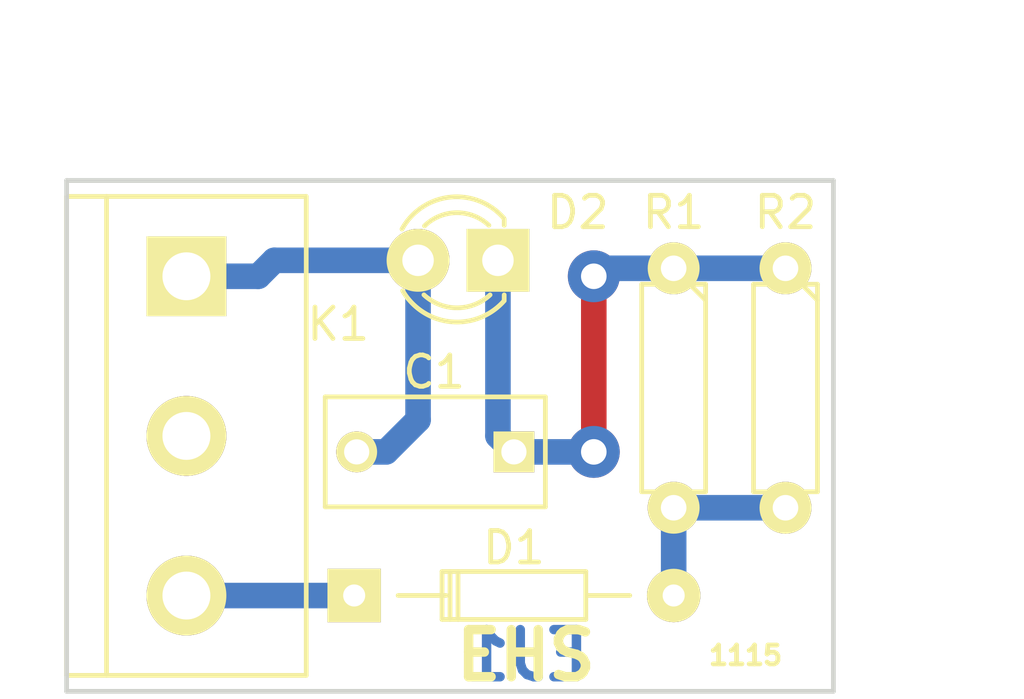
<source format=kicad_pcb>
(kicad_pcb (version 4) (host pcbnew 4.0.0-rc1-stable)

  (general
    (links 8)
    (no_connects 0)
    (area 126.924999 88.316999 151.459001 104.723001)
    (thickness 1.6)
    (drawings 9)
    (tracks 20)
    (zones 0)
    (modules 6)
    (nets 6)
  )

  (page A4)
  (title_block
    (title PCBEj1)
    (date 2015-11-30)
    (rev 1.0)
    (company "Electrocomponentes S.A")
  )

  (layers
    (0 F.Cu signal)
    (31 B.Cu signal)
    (32 B.Adhes user)
    (33 F.Adhes user)
    (34 B.Paste user)
    (35 F.Paste user)
    (36 B.SilkS user)
    (37 F.SilkS user)
    (38 B.Mask user)
    (39 F.Mask user)
    (40 Dwgs.User user)
    (41 Cmts.User user)
    (42 Eco1.User user)
    (43 Eco2.User user)
    (44 Edge.Cuts user)
    (45 Margin user)
    (46 B.CrtYd user)
    (47 F.CrtYd user)
    (48 B.Fab user)
    (49 F.Fab user)
  )

  (setup
    (last_trace_width 0.8128)
    (user_trace_width 0.8128)
    (trace_clearance 0.8128)
    (zone_clearance 0.508)
    (zone_45_only no)
    (trace_min 0.2)
    (segment_width 0.2)
    (edge_width 0.15)
    (via_size 1.651)
    (via_drill 0.8128)
    (via_min_size 0.4)
    (via_min_drill 0.3)
    (user_via 1.651 0.8128)
    (uvia_size 0.3)
    (uvia_drill 0.1)
    (uvias_allowed no)
    (uvia_min_size 0.2)
    (uvia_min_drill 0.1)
    (pcb_text_width 0.3)
    (pcb_text_size 1.5 1.5)
    (mod_edge_width 0.15)
    (mod_text_size 1 1)
    (mod_text_width 0.15)
    (pad_size 1.524 1.524)
    (pad_drill 0.762)
    (pad_to_mask_clearance 0.2)
    (aux_axis_origin 0 0)
    (visible_elements 7FFEFFFF)
    (pcbplotparams
      (layerselection 0x00030_80000001)
      (usegerberextensions false)
      (excludeedgelayer true)
      (linewidth 0.100000)
      (plotframeref false)
      (viasonmask false)
      (mode 1)
      (useauxorigin false)
      (hpglpennumber 1)
      (hpglpenspeed 20)
      (hpglpendiameter 15)
      (hpglpenoverlay 2)
      (psnegative false)
      (psa4output false)
      (plotreference true)
      (plotvalue true)
      (plotinvisibletext false)
      (padsonsilk false)
      (subtractmaskfromsilk false)
      (outputformat 1)
      (mirror false)
      (drillshape 1)
      (scaleselection 1)
      (outputdirectory ""))
  )

  (net 0 "")
  (net 1 "Net-(C1-Pad1)")
  (net 2 "Net-(C1-Pad2)")
  (net 3 "Net-(D1-Pad2)")
  (net 4 "Net-(D1-Pad1)")
  (net 5 "Net-(K1-Pad2)")

  (net_class Default "This is the default net class."
    (clearance 0.8128)
    (trace_width 0.8128)
    (via_dia 1.651)
    (via_drill 0.8128)
    (uvia_dia 0.3)
    (uvia_drill 0.1)
    (add_net "Net-(C1-Pad1)")
    (add_net "Net-(C1-Pad2)")
    (add_net "Net-(D1-Pad1)")
    (add_net "Net-(D1-Pad2)")
    (add_net "Net-(K1-Pad2)")
  )

  (module ej1:C_Rect_L7_W3.5_P5 (layer F.Cu) (tedit 565CA5B6) (tstamp 565C699B)
    (at 141.224 97.028 180)
    (descr "Film Capacitor Length 7mm x Width 3.5mm, Pitch 5mm")
    (tags Capacitor)
    (path /565C5F41)
    (fp_text reference C1 (at 2.54 2.54 180) (layer F.SilkS)
      (effects (font (size 1 1) (thickness 0.15)))
    )
    (fp_text value 100nF (at 2.54 -2.54 180) (layer F.Fab)
      (effects (font (size 1 1) (thickness 0.15)))
    )
    (fp_line (start -1.25 -2) (end 6.25 -2) (layer F.CrtYd) (width 0.05))
    (fp_line (start 6.25 -2) (end 6.25 2) (layer F.CrtYd) (width 0.05))
    (fp_line (start 6.25 2) (end -1.25 2) (layer F.CrtYd) (width 0.05))
    (fp_line (start -1.25 2) (end -1.25 -2) (layer F.CrtYd) (width 0.05))
    (fp_line (start -1 -1.75) (end 6 -1.75) (layer F.SilkS) (width 0.15))
    (fp_line (start 6 -1.75) (end 6 1.75) (layer F.SilkS) (width 0.15))
    (fp_line (start 6 1.75) (end -1 1.75) (layer F.SilkS) (width 0.15))
    (fp_line (start -1 1.75) (end -1 -1.75) (layer F.SilkS) (width 0.15))
    (pad 1 thru_hole rect (at 0 0 180) (size 1.3 1.3) (drill 0.8) (layers *.Cu *.Mask F.SilkS)
      (net 1 "Net-(C1-Pad1)"))
    (pad 2 thru_hole circle (at 5 0 180) (size 1.3 1.3) (drill 0.8) (layers *.Cu *.Mask F.SilkS)
      (net 2 "Net-(C1-Pad2)"))
    (model "C:/Users/Admin/Desktop/Curso KiCad/Ejercicios/CircuitoBasico/ej1.3dshapes/cnp_6mm_disc.wrl"
      (at (xyz 0.1 0 0))
      (scale (xyz 1 1 1))
      (rotate (xyz 0 0 0))
    )
  )

  (module ej1:Diode_DO-35_SOD27_Horizontal_RM10 (layer F.Cu) (tedit 565CA5B3) (tstamp 565C69A1)
    (at 136.144 101.6)
    (descr "Diode, DO-35,  SOD27, Horizontal, RM 10mm")
    (tags "Diode, DO-35, SOD27, Horizontal, RM 10mm, 1N4148,")
    (path /565C60EF)
    (fp_text reference D1 (at 5.08 -1.524) (layer F.SilkS)
      (effects (font (size 1 1) (thickness 0.15)))
    )
    (fp_text value 1N4148 (at 5.08 2.032) (layer F.Fab)
      (effects (font (size 1 1) (thickness 0.15)))
    )
    (fp_line (start 7.36652 -0.00254) (end 8.76352 -0.00254) (layer F.SilkS) (width 0.15))
    (fp_line (start 2.92152 -0.00254) (end 1.39752 -0.00254) (layer F.SilkS) (width 0.15))
    (fp_line (start 3.30252 -0.76454) (end 3.30252 0.75946) (layer F.SilkS) (width 0.15))
    (fp_line (start 3.04852 -0.76454) (end 3.04852 0.75946) (layer F.SilkS) (width 0.15))
    (fp_line (start 2.79452 -0.00254) (end 2.79452 0.75946) (layer F.SilkS) (width 0.15))
    (fp_line (start 2.79452 0.75946) (end 7.36652 0.75946) (layer F.SilkS) (width 0.15))
    (fp_line (start 7.36652 0.75946) (end 7.36652 -0.76454) (layer F.SilkS) (width 0.15))
    (fp_line (start 7.36652 -0.76454) (end 2.79452 -0.76454) (layer F.SilkS) (width 0.15))
    (fp_line (start 2.79452 -0.76454) (end 2.79452 -0.00254) (layer F.SilkS) (width 0.15))
    (pad 2 thru_hole circle (at 10.16052 -0.00254 180) (size 1.69926 1.69926) (drill 0.70104) (layers *.Cu *.Mask F.SilkS)
      (net 3 "Net-(D1-Pad2)"))
    (pad 1 thru_hole rect (at 0.00052 -0.00254 180) (size 1.69926 1.69926) (drill 0.70104) (layers *.Cu *.Mask F.SilkS)
      (net 4 "Net-(D1-Pad1)"))
    (model "C:/Users/Admin/Desktop/Curso KiCad/Ejercicios/CircuitoBasico/ej1.3dshapes/Diode_DO-35_SOD27_Horizontal_RM10.wrl"
      (at (xyz 0.2 0 0))
      (scale (xyz 0.4 0.4 0.4))
      (rotate (xyz 0 0 180))
    )
  )

  (module ej1:LED-3MM (layer F.Cu) (tedit 565CA5C0) (tstamp 565C69A7)
    (at 140.716 90.932 180)
    (descr "LED 3mm round vertical")
    (tags "LED  3mm round vertical")
    (path /565C603C)
    (fp_text reference D2 (at -2.54 1.524 180) (layer F.SilkS)
      (effects (font (size 1 1) (thickness 0.15)))
    )
    (fp_text value "LED ROJO" (at 1.016 -3.048 180) (layer F.Fab)
      (effects (font (size 1 1) (thickness 0.15)))
    )
    (fp_line (start -1.2 2.3) (end 3.8 2.3) (layer F.CrtYd) (width 0.05))
    (fp_line (start 3.8 2.3) (end 3.8 -2.2) (layer F.CrtYd) (width 0.05))
    (fp_line (start 3.8 -2.2) (end -1.2 -2.2) (layer F.CrtYd) (width 0.05))
    (fp_line (start -1.2 -2.2) (end -1.2 2.3) (layer F.CrtYd) (width 0.05))
    (fp_line (start -0.199 1.314) (end -0.199 1.114) (layer F.SilkS) (width 0.15))
    (fp_line (start -0.199 -1.28) (end -0.199 -1.1) (layer F.SilkS) (width 0.15))
    (fp_arc (start 1.301 0.034) (end -0.199 -1.286) (angle 108.5) (layer F.SilkS) (width 0.15))
    (fp_arc (start 1.301 0.034) (end 0.25 -1.1) (angle 85.7) (layer F.SilkS) (width 0.15))
    (fp_arc (start 1.311 0.034) (end 3.051 0.994) (angle 110) (layer F.SilkS) (width 0.15))
    (fp_arc (start 1.301 0.034) (end 2.335 1.094) (angle 87.5) (layer F.SilkS) (width 0.15))
    (fp_text user K (at -1.69 1.74 180) (layer F.SilkS) hide
      (effects (font (size 1 1) (thickness 0.15)))
    )
    (pad 1 thru_hole rect (at 0 0 270) (size 2 2) (drill 1.00076) (layers *.Cu *.Mask F.SilkS)
      (net 1 "Net-(C1-Pad1)"))
    (pad 2 thru_hole circle (at 2.54 0 180) (size 2 2) (drill 1.00076) (layers *.Cu *.Mask F.SilkS)
      (net 2 "Net-(C1-Pad2)"))
    (model "C:/Users/Admin/Desktop/Curso KiCad/Ejercicios/CircuitoBasico/ej1.3dshapes/LED-3MM.wrl"
      (at (xyz 0.05 0 0))
      (scale (xyz 1 1 1))
      (rotate (xyz 0 0 90))
    )
  )

  (module ej1:bornier3 (layer F.Cu) (tedit 565CA5B9) (tstamp 565C69AE)
    (at 130.81 96.52 270)
    (descr "Bornier d'alimentation 3 pins")
    (tags DEV)
    (path /565C5BD4)
    (fp_text reference K1 (at -3.556 -4.826 540) (layer F.SilkS)
      (effects (font (size 1 1) (thickness 0.15)))
    )
    (fp_text value CONN_3 (at 0 5.08 270) (layer F.Fab)
      (effects (font (size 1 1) (thickness 0.15)))
    )
    (fp_line (start -7.62 3.81) (end -7.62 -3.81) (layer F.SilkS) (width 0.15))
    (fp_line (start 7.62 3.81) (end 7.62 -3.81) (layer F.SilkS) (width 0.15))
    (fp_line (start -7.62 2.54) (end 7.62 2.54) (layer F.SilkS) (width 0.15))
    (fp_line (start -7.62 -3.81) (end 7.62 -3.81) (layer F.SilkS) (width 0.15))
    (fp_line (start -7.62 3.81) (end 7.62 3.81) (layer F.SilkS) (width 0.15))
    (pad 1 thru_hole rect (at -5.08 0 270) (size 2.54 2.54) (drill 1.524) (layers *.Cu *.Mask F.SilkS)
      (net 2 "Net-(C1-Pad2)"))
    (pad 2 thru_hole circle (at 0 0 270) (size 2.54 2.54) (drill 1.524) (layers *.Cu *.Mask F.SilkS)
      (net 5 "Net-(K1-Pad2)"))
    (pad 3 thru_hole circle (at 5.08 0 270) (size 2.54 2.54) (drill 1.524) (layers *.Cu *.Mask F.SilkS)
      (net 4 "Net-(D1-Pad1)"))
    (model "C:/Users/Admin/Desktop/Curso KiCad/Ejercicios/CircuitoBasico/ej1.3dshapes/bornier3.wrl"
      (at (xyz 0 0 0))
      (scale (xyz 1 1 1))
      (rotate (xyz 0 0 0))
    )
  )

  (module ej1:R3-LARGE_PADS (layer F.Cu) (tedit 565CA5B0) (tstamp 565C69B4)
    (at 146.304 94.996 270)
    (descr "Resitance 3 pas")
    (tags R)
    (path /565C6144)
    (fp_text reference R1 (at -5.588 0 360) (layer F.SilkS)
      (effects (font (size 1 1) (thickness 0.15)))
    )
    (fp_text value 100K (at 0 0 270) (layer F.Fab)
      (effects (font (size 1 1) (thickness 0.15)))
    )
    (fp_line (start -3.81 0) (end -3.302 0) (layer F.SilkS) (width 0.15))
    (fp_line (start 3.81 0) (end 3.302 0) (layer F.SilkS) (width 0.15))
    (fp_line (start 3.302 0) (end 3.302 -1.016) (layer F.SilkS) (width 0.15))
    (fp_line (start 3.302 -1.016) (end -3.302 -1.016) (layer F.SilkS) (width 0.15))
    (fp_line (start -3.302 -1.016) (end -3.302 1.016) (layer F.SilkS) (width 0.15))
    (fp_line (start -3.302 1.016) (end 3.302 1.016) (layer F.SilkS) (width 0.15))
    (fp_line (start 3.302 1.016) (end 3.302 0) (layer F.SilkS) (width 0.15))
    (fp_line (start -3.302 -0.508) (end -2.794 -1.016) (layer F.SilkS) (width 0.15))
    (pad 1 thru_hole circle (at -3.81 0 270) (size 1.651 1.651) (drill 0.8128) (layers *.Cu *.Mask F.SilkS)
      (net 1 "Net-(C1-Pad1)"))
    (pad 2 thru_hole circle (at 3.81 0 270) (size 1.651 1.651) (drill 0.8128) (layers *.Cu *.Mask F.SilkS)
      (net 3 "Net-(D1-Pad2)"))
    (model "C:/Users/Admin/Desktop/Curso KiCad/Ejercicios/CircuitoBasico/ej1.3dshapes/R3-LARGE_PADS.wrl"
      (at (xyz 0 0 0))
      (scale (xyz 0.3 0.3 0.3))
      (rotate (xyz 0 0 0))
    )
  )

  (module ej1:R3-LARGE_PADS (layer F.Cu) (tedit 565CA9D0) (tstamp 565CA99C)
    (at 149.86 94.996 270)
    (descr "Resitance 3 pas")
    (tags R)
    (path /565CA9F0)
    (fp_text reference R2 (at -5.588 0 540) (layer F.SilkS)
      (effects (font (size 1 1) (thickness 0.15)))
    )
    (fp_text value 100K (at 0 0 270) (layer F.Fab)
      (effects (font (size 1 1) (thickness 0.15)))
    )
    (fp_line (start -3.81 0) (end -3.302 0) (layer F.SilkS) (width 0.15))
    (fp_line (start 3.81 0) (end 3.302 0) (layer F.SilkS) (width 0.15))
    (fp_line (start 3.302 0) (end 3.302 -1.016) (layer F.SilkS) (width 0.15))
    (fp_line (start 3.302 -1.016) (end -3.302 -1.016) (layer F.SilkS) (width 0.15))
    (fp_line (start -3.302 -1.016) (end -3.302 1.016) (layer F.SilkS) (width 0.15))
    (fp_line (start -3.302 1.016) (end 3.302 1.016) (layer F.SilkS) (width 0.15))
    (fp_line (start 3.302 1.016) (end 3.302 0) (layer F.SilkS) (width 0.15))
    (fp_line (start -3.302 -0.508) (end -2.794 -1.016) (layer F.SilkS) (width 0.15))
    (pad 1 thru_hole circle (at -3.81 0 270) (size 1.651 1.651) (drill 0.8128) (layers *.Cu *.Mask F.SilkS)
      (net 1 "Net-(C1-Pad1)"))
    (pad 2 thru_hole circle (at 3.81 0 270) (size 1.651 1.651) (drill 0.8128) (layers *.Cu *.Mask F.SilkS)
      (net 3 "Net-(D1-Pad2)"))
    (model "C:/Users/Admin/Desktop/Curso KiCad/Ejercicios/CircuitoBasico/ej1.3dshapes/R3-LARGE_PADS.wrl"
      (at (xyz 0 0 0))
      (scale (xyz 0.3 0.3 0.3))
      (rotate (xyz 0 0 0))
    )
  )

  (gr_text 1115 (at 148.59 103.505) (layer F.SilkS)
    (effects (font (size 0.6 0.6) (thickness 0.15)))
  )
  (dimension 16.256 (width 0.3) (layer Dwgs.User)
    (gr_text 16,256mm (at 154.766 96.52 270) (layer Dwgs.User)
      (effects (font (size 1.5 1.5) (thickness 0.3)))
    )
    (feature1 (pts (xy 151.384 104.648) (xy 156.116 104.648)))
    (feature2 (pts (xy 151.384 88.392) (xy 156.116 88.392)))
    (crossbar (pts (xy 153.416 88.392) (xy 153.416 104.648)))
    (arrow1a (pts (xy 153.416 104.648) (xy 152.829579 103.521496)))
    (arrow1b (pts (xy 153.416 104.648) (xy 154.002421 103.521496)))
    (arrow2a (pts (xy 153.416 88.392) (xy 152.829579 89.518504)))
    (arrow2b (pts (xy 153.416 88.392) (xy 154.002421 89.518504)))
  )
  (dimension 24.384 (width 0.3) (layer Dwgs.User)
    (gr_text 24,384mm (at 139.192 84.502) (layer Dwgs.User)
      (effects (font (size 1.5 1.5) (thickness 0.3)))
    )
    (feature1 (pts (xy 151.384 88.392) (xy 151.384 83.152)))
    (feature2 (pts (xy 127 88.392) (xy 127 83.152)))
    (crossbar (pts (xy 127 85.852) (xy 151.384 85.852)))
    (arrow1a (pts (xy 151.384 85.852) (xy 150.257496 86.438421)))
    (arrow1b (pts (xy 151.384 85.852) (xy 150.257496 85.265579)))
    (arrow2a (pts (xy 127 85.852) (xy 128.126504 86.438421)))
    (arrow2b (pts (xy 127 85.852) (xy 128.126504 85.265579)))
  )
  (gr_line (start 151.384 104.648) (end 127 104.648) (angle 90) (layer Edge.Cuts) (width 0.15))
  (gr_line (start 151.384 88.392) (end 151.384 104.648) (angle 90) (layer Edge.Cuts) (width 0.15))
  (gr_line (start 127 88.392) (end 151.384 88.392) (angle 90) (layer Edge.Cuts) (width 0.15))
  (gr_text EHS (at 141.605 103.505) (layer F.SilkS)
    (effects (font (size 1.5 1.5) (thickness 0.3)))
  )
  (gr_text EJ1 (at 141.605 103.505) (layer B.Cu)
    (effects (font (size 1.5 1.5) (thickness 0.3)) (justify mirror))
  )
  (gr_line (start 127 104.648) (end 127 88.392) (angle 90) (layer Edge.Cuts) (width 0.15))

  (segment (start 146.304 91.186) (end 149.86 91.186) (width 0.8128) (layer B.Cu) (net 1))
  (segment (start 146.304 91.186) (end 144.018 91.186) (width 0.8128) (layer B.Cu) (net 1))
  (segment (start 143.764 97.028) (end 141.224 97.028) (width 0.8128) (layer B.Cu) (net 1) (tstamp 565C6D09))
  (via (at 143.764 97.028) (size 1.651) (drill 0.8128) (layers F.Cu B.Cu) (net 1))
  (segment (start 143.764 91.44) (end 143.764 97.028) (width 0.8128) (layer F.Cu) (net 1) (tstamp 565C6D01))
  (via (at 143.764 91.44) (size 1.651) (drill 0.8128) (layers F.Cu B.Cu) (net 1))
  (segment (start 144.018 91.186) (end 143.764 91.44) (width 0.8128) (layer B.Cu) (net 1) (tstamp 565C6CFF))
  (segment (start 140.716 90.932) (end 140.716 96.52) (width 0.8128) (layer B.Cu) (net 1))
  (segment (start 140.716 96.52) (end 141.224 97.028) (width 0.8128) (layer B.Cu) (net 1) (tstamp 565C6CFC))
  (segment (start 136.224 97.028) (end 137.16 97.028) (width 0.8128) (layer B.Cu) (net 2))
  (segment (start 138.176 96.012) (end 138.176 90.932) (width 0.8128) (layer B.Cu) (net 2) (tstamp 565C6CF9))
  (segment (start 137.16 97.028) (end 138.176 96.012) (width 0.8128) (layer B.Cu) (net 2) (tstamp 565C6CF8))
  (segment (start 130.81 91.44) (end 133.096 91.44) (width 0.8128) (layer B.Cu) (net 2))
  (segment (start 133.604 90.932) (end 138.176 90.932) (width 0.8128) (layer B.Cu) (net 2) (tstamp 565C6CB2))
  (segment (start 133.096 91.44) (end 133.604 90.932) (width 0.8128) (layer B.Cu) (net 2) (tstamp 565C6CB0))
  (segment (start 146.304 98.806) (end 149.86 98.806) (width 0.8128) (layer B.Cu) (net 3))
  (segment (start 146.304 98.806) (end 146.304 101.59694) (width 0.8128) (layer B.Cu) (net 3))
  (segment (start 146.304 101.59694) (end 146.30452 101.59746) (width 0.8128) (layer B.Cu) (net 3) (tstamp 565C6CC1))
  (segment (start 130.81 101.6) (end 136.14198 101.6) (width 0.8128) (layer B.Cu) (net 4))
  (segment (start 136.14198 101.6) (end 136.14452 101.59746) (width 0.8128) (layer B.Cu) (net 4) (tstamp 565C6CBC))

)

</source>
